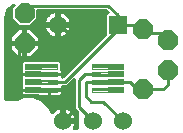
<source format=gbr>
G04 EAGLE Gerber RS-274X export*
G75*
%MOMM*%
%FSLAX34Y34*%
%LPD*%
%INTop Copper*%
%IPPOS*%
%AMOC8*
5,1,8,0,0,1.08239X$1,22.5*%
G01*
%ADD10R,1.432556X0.477519*%
%ADD11R,1.508000X1.508000*%
%ADD12C,1.508000*%
%ADD13P,1.814519X8X112.500000*%
%ADD14P,1.814519X8X292.500000*%
%ADD15C,0.120000*%
%ADD16C,1.524000*%
%ADD17C,0.254000*%

G36*
X144272Y59700D02*
X144272Y59700D01*
X144390Y59715D01*
X144509Y59723D01*
X144547Y59735D01*
X144588Y59740D01*
X144698Y59784D01*
X144811Y59821D01*
X144846Y59842D01*
X144883Y59857D01*
X144980Y59927D01*
X145080Y59991D01*
X145108Y60021D01*
X145141Y60044D01*
X145217Y60136D01*
X145298Y60223D01*
X145318Y60258D01*
X145344Y60289D01*
X145394Y60397D01*
X145452Y60501D01*
X145462Y60540D01*
X145479Y60577D01*
X145501Y60694D01*
X145531Y60809D01*
X145535Y60869D01*
X145539Y60889D01*
X145537Y60910D01*
X145541Y60970D01*
X145541Y72626D01*
X145826Y72911D01*
X145899Y73006D01*
X145978Y73095D01*
X145997Y73131D01*
X146021Y73163D01*
X146069Y73272D01*
X146123Y73378D01*
X146132Y73417D01*
X146148Y73455D01*
X146166Y73572D01*
X146192Y73688D01*
X146191Y73729D01*
X146198Y73769D01*
X146186Y73887D01*
X146183Y74006D01*
X146172Y74045D01*
X146168Y74085D01*
X146127Y74197D01*
X146094Y74312D01*
X146074Y74346D01*
X146060Y74385D01*
X145993Y74483D01*
X145933Y74586D01*
X145893Y74631D01*
X145882Y74648D01*
X145866Y74661D01*
X145826Y74706D01*
X142950Y77582D01*
X142950Y102330D01*
X142933Y102467D01*
X142920Y102606D01*
X142913Y102625D01*
X142911Y102645D01*
X142860Y102774D01*
X142812Y102905D01*
X142801Y102922D01*
X142794Y102941D01*
X142712Y103053D01*
X142634Y103168D01*
X142619Y103182D01*
X142607Y103198D01*
X142499Y103287D01*
X142395Y103379D01*
X142377Y103388D01*
X142362Y103401D01*
X142236Y103460D01*
X142112Y103524D01*
X142092Y103528D01*
X142074Y103537D01*
X141938Y103563D01*
X141802Y103593D01*
X141782Y103593D01*
X141762Y103596D01*
X141623Y103588D01*
X141484Y103584D01*
X141464Y103578D01*
X141444Y103577D01*
X141312Y103534D01*
X141178Y103495D01*
X141161Y103485D01*
X141142Y103479D01*
X141024Y103404D01*
X140905Y103334D01*
X140884Y103315D01*
X140873Y103308D01*
X140859Y103293D01*
X140784Y103227D01*
X134814Y97257D01*
X131758Y97257D01*
X131633Y97241D01*
X131507Y97232D01*
X131476Y97221D01*
X131443Y97217D01*
X131326Y97171D01*
X131206Y97131D01*
X131178Y97112D01*
X131147Y97100D01*
X131045Y97026D01*
X130939Y96958D01*
X130917Y96933D01*
X130890Y96913D01*
X130809Y96816D01*
X130724Y96724D01*
X130708Y96694D01*
X130687Y96668D01*
X130633Y96554D01*
X130573Y96443D01*
X130565Y96411D01*
X130551Y96381D01*
X130528Y96257D01*
X130497Y96135D01*
X130498Y96101D01*
X130491Y96068D01*
X130499Y95943D01*
X130500Y95817D01*
X130504Y95800D01*
X130504Y94821D01*
X120613Y94821D01*
X120495Y94806D01*
X120376Y94799D01*
X120338Y94786D01*
X120298Y94781D01*
X120187Y94738D01*
X120074Y94701D01*
X120040Y94679D01*
X120002Y94664D01*
X119906Y94594D01*
X119805Y94531D01*
X119805Y94530D01*
X119777Y94501D01*
X119745Y94477D01*
X119744Y94477D01*
X119668Y94385D01*
X119587Y94299D01*
X119567Y94263D01*
X119541Y94232D01*
X119491Y94124D01*
X119433Y94020D01*
X119423Y93981D01*
X119406Y93944D01*
X119384Y93828D01*
X119354Y93712D01*
X119350Y93652D01*
X119346Y93632D01*
X119347Y93612D01*
X119344Y93551D01*
X119344Y88611D01*
X113449Y88611D01*
X112651Y88825D01*
X111935Y89239D01*
X111909Y89264D01*
X111831Y89325D01*
X111759Y89393D01*
X111706Y89422D01*
X111658Y89459D01*
X111567Y89498D01*
X111480Y89546D01*
X111422Y89561D01*
X111366Y89585D01*
X111268Y89601D01*
X111172Y89626D01*
X111072Y89632D01*
X111052Y89635D01*
X111040Y89634D01*
X111012Y89636D01*
X98936Y89636D01*
X98043Y90529D01*
X98043Y96899D01*
X98058Y96958D01*
X98065Y97058D01*
X98068Y97078D01*
X98067Y97091D01*
X98069Y97119D01*
X98069Y109536D01*
X98069Y116100D01*
X98962Y116993D01*
X114907Y116993D01*
X114932Y116987D01*
X115031Y116980D01*
X115051Y116977D01*
X115064Y116978D01*
X115093Y116977D01*
X128243Y116977D01*
X129488Y115732D01*
X129488Y111194D01*
X129500Y111096D01*
X129503Y110997D01*
X129520Y110939D01*
X129528Y110879D01*
X129564Y110787D01*
X129592Y110692D01*
X129622Y110640D01*
X129645Y110583D01*
X129703Y110503D01*
X129753Y110418D01*
X129819Y110342D01*
X129831Y110326D01*
X129841Y110318D01*
X129859Y110297D01*
X129876Y110280D01*
X130290Y109564D01*
X130504Y108765D01*
X130504Y107821D01*
X120613Y107821D01*
X120495Y107806D01*
X120376Y107799D01*
X120338Y107786D01*
X120298Y107781D01*
X120187Y107738D01*
X120074Y107701D01*
X120040Y107679D01*
X120002Y107664D01*
X119906Y107594D01*
X119805Y107531D01*
X119777Y107501D01*
X119745Y107477D01*
X119669Y107386D01*
X119587Y107299D01*
X119568Y107264D01*
X119542Y107233D01*
X119491Y107125D01*
X119434Y107021D01*
X119424Y106981D01*
X119406Y106945D01*
X119384Y106828D01*
X119354Y106713D01*
X119350Y106652D01*
X119347Y106632D01*
X119348Y106612D01*
X119344Y106552D01*
X119359Y106433D01*
X119366Y106315D01*
X119379Y106276D01*
X119384Y106236D01*
X119428Y106125D01*
X119464Y106012D01*
X119486Y105978D01*
X119501Y105940D01*
X119571Y105844D01*
X119635Y105744D01*
X119664Y105716D01*
X119688Y105683D01*
X119780Y105607D01*
X119866Y105526D01*
X119902Y105506D01*
X119933Y105480D01*
X120040Y105430D01*
X120145Y105372D01*
X120184Y105362D01*
X120220Y105345D01*
X120337Y105322D01*
X120453Y105293D01*
X120513Y105289D01*
X120533Y105285D01*
X120553Y105286D01*
X120613Y105282D01*
X130504Y105282D01*
X130504Y104260D01*
X130491Y104196D01*
X130494Y104163D01*
X130489Y104129D01*
X130503Y104004D01*
X130511Y103879D01*
X130522Y103847D01*
X130525Y103813D01*
X130570Y103696D01*
X130609Y103576D01*
X130627Y103548D01*
X130639Y103516D01*
X130712Y103414D01*
X130779Y103308D01*
X130804Y103285D01*
X130824Y103257D01*
X130920Y103176D01*
X131011Y103090D01*
X131041Y103073D01*
X131066Y103052D01*
X131180Y102997D01*
X131290Y102936D01*
X131322Y102928D01*
X131353Y102913D01*
X131476Y102888D01*
X131597Y102857D01*
X131646Y102854D01*
X131664Y102850D01*
X131686Y102851D01*
X131758Y102847D01*
X131973Y102847D01*
X132071Y102859D01*
X132170Y102862D01*
X132228Y102879D01*
X132288Y102886D01*
X132380Y102923D01*
X132475Y102950D01*
X132528Y102981D01*
X132584Y103003D01*
X132664Y103062D01*
X132749Y103112D01*
X132825Y103178D01*
X132841Y103190D01*
X132846Y103196D01*
X132849Y103198D01*
X132854Y103204D01*
X132870Y103218D01*
X169224Y139572D01*
X169285Y139650D01*
X169353Y139722D01*
X169382Y139775D01*
X169419Y139823D01*
X169458Y139914D01*
X169506Y140001D01*
X169521Y140060D01*
X169545Y140115D01*
X169561Y140213D01*
X169585Y140309D01*
X169592Y140409D01*
X169595Y140429D01*
X169594Y140442D01*
X169596Y140470D01*
X169596Y156733D01*
X170508Y157645D01*
X170628Y157656D01*
X170647Y157663D01*
X170667Y157666D01*
X170796Y157717D01*
X170927Y157764D01*
X170944Y157775D01*
X170963Y157783D01*
X171075Y157864D01*
X171190Y157942D01*
X171204Y157958D01*
X171220Y157969D01*
X171309Y158077D01*
X171401Y158181D01*
X171410Y158199D01*
X171423Y158214D01*
X171482Y158340D01*
X171545Y158464D01*
X171550Y158484D01*
X171558Y158502D01*
X171585Y158639D01*
X171615Y158774D01*
X171614Y158795D01*
X171618Y158814D01*
X171610Y158953D01*
X171605Y159092D01*
X171600Y159112D01*
X171598Y159132D01*
X171556Y159264D01*
X171517Y159398D01*
X171507Y159415D01*
X171500Y159434D01*
X171426Y159552D01*
X171355Y159672D01*
X171337Y159693D01*
X171330Y159703D01*
X171315Y159717D01*
X171249Y159792D01*
X169819Y161222D01*
X169741Y161283D01*
X169669Y161351D01*
X169616Y161380D01*
X169568Y161417D01*
X169477Y161457D01*
X169390Y161504D01*
X169332Y161520D01*
X169276Y161544D01*
X169178Y161559D01*
X169082Y161584D01*
X168982Y161590D01*
X168962Y161593D01*
X168950Y161592D01*
X168922Y161594D01*
X110973Y161594D01*
X110854Y161579D01*
X110736Y161572D01*
X110697Y161559D01*
X110657Y161554D01*
X110546Y161510D01*
X110433Y161474D01*
X110399Y161452D01*
X110361Y161437D01*
X110265Y161367D01*
X110164Y161304D01*
X110137Y161274D01*
X110104Y161250D01*
X110028Y161159D01*
X109947Y161072D01*
X109927Y161037D01*
X109901Y161005D01*
X109850Y160898D01*
X109793Y160793D01*
X109783Y160754D01*
X109766Y160718D01*
X109743Y160601D01*
X109714Y160486D01*
X109710Y160425D01*
X109706Y160405D01*
X109707Y160385D01*
X109703Y160325D01*
X109703Y154088D01*
X103900Y148284D01*
X95693Y148284D01*
X89890Y154088D01*
X89890Y162295D01*
X91648Y164052D01*
X91660Y164068D01*
X91675Y164081D01*
X91757Y164193D01*
X91843Y164304D01*
X91850Y164322D01*
X91862Y164338D01*
X91913Y164468D01*
X91969Y164596D01*
X91972Y164615D01*
X91979Y164634D01*
X91997Y164772D01*
X92019Y164910D01*
X92017Y164930D01*
X92019Y164949D01*
X92002Y165087D01*
X91989Y165226D01*
X91982Y165245D01*
X91980Y165265D01*
X91929Y165394D01*
X91881Y165526D01*
X91870Y165542D01*
X91863Y165561D01*
X91781Y165673D01*
X91703Y165789D01*
X91688Y165802D01*
X91676Y165818D01*
X91569Y165907D01*
X91464Y165999D01*
X91447Y166008D01*
X91431Y166021D01*
X91305Y166080D01*
X91181Y166144D01*
X91162Y166148D01*
X91144Y166157D01*
X91007Y166183D01*
X90871Y166213D01*
X90851Y166213D01*
X90831Y166217D01*
X90692Y166208D01*
X90553Y166204D01*
X90534Y166198D01*
X90514Y166197D01*
X90358Y166157D01*
X88975Y165708D01*
X88868Y165657D01*
X88757Y165614D01*
X88706Y165581D01*
X88687Y165572D01*
X88672Y165559D01*
X88621Y165527D01*
X86050Y163659D01*
X85963Y163578D01*
X85872Y163502D01*
X85833Y163455D01*
X85818Y163441D01*
X85807Y163424D01*
X85769Y163378D01*
X83901Y160807D01*
X83843Y160703D01*
X83780Y160602D01*
X83757Y160546D01*
X83747Y160528D01*
X83742Y160508D01*
X83720Y160453D01*
X82738Y157430D01*
X82725Y157362D01*
X82703Y157296D01*
X82680Y157137D01*
X82555Y155548D01*
X82556Y155526D01*
X82551Y155448D01*
X82551Y85344D01*
X82566Y85226D01*
X82573Y85107D01*
X82586Y85069D01*
X82591Y85028D01*
X82634Y84918D01*
X82671Y84805D01*
X82693Y84770D01*
X82708Y84733D01*
X82777Y84637D01*
X82841Y84536D01*
X82871Y84508D01*
X82894Y84475D01*
X82986Y84400D01*
X83073Y84318D01*
X83108Y84298D01*
X83139Y84273D01*
X83247Y84222D01*
X83351Y84164D01*
X83391Y84154D01*
X83427Y84137D01*
X83544Y84115D01*
X83659Y84085D01*
X83719Y84081D01*
X83739Y84077D01*
X83760Y84079D01*
X83820Y84075D01*
X93475Y84075D01*
X93484Y84076D01*
X93493Y84075D01*
X93642Y84096D01*
X93790Y84115D01*
X93799Y84118D01*
X93808Y84119D01*
X93961Y84171D01*
X98860Y86201D01*
X106880Y86201D01*
X114290Y83131D01*
X119961Y77460D01*
X121597Y73512D01*
X121670Y73383D01*
X121742Y73253D01*
X121749Y73245D01*
X121754Y73236D01*
X121858Y73129D01*
X121960Y73021D01*
X121968Y73015D01*
X121975Y73008D01*
X122103Y72929D01*
X122228Y72850D01*
X122238Y72847D01*
X122247Y72841D01*
X122389Y72798D01*
X122530Y72752D01*
X122541Y72751D01*
X122551Y72748D01*
X122699Y72741D01*
X122848Y72731D01*
X122858Y72733D01*
X122868Y72733D01*
X123014Y72763D01*
X123160Y72791D01*
X123170Y72795D01*
X123180Y72797D01*
X123313Y72862D01*
X123448Y72926D01*
X123456Y72932D01*
X123465Y72937D01*
X123578Y73033D01*
X123693Y73128D01*
X123702Y73139D01*
X123707Y73143D01*
X123716Y73155D01*
X123796Y73252D01*
X124177Y73777D01*
X125308Y74908D01*
X126602Y75848D01*
X128027Y76574D01*
X129388Y77016D01*
X129388Y68428D01*
X129403Y68310D01*
X129411Y68191D01*
X129423Y68152D01*
X129428Y68112D01*
X129472Y68001D01*
X129509Y67888D01*
X129530Y67854D01*
X129545Y67817D01*
X129615Y67720D01*
X129679Y67620D01*
X129708Y67592D01*
X129732Y67559D01*
X129824Y67483D01*
X129910Y67402D01*
X129946Y67382D01*
X129977Y67356D01*
X130085Y67306D01*
X130189Y67248D01*
X130228Y67238D01*
X130265Y67221D01*
X130382Y67198D01*
X130497Y67169D01*
X130557Y67165D01*
X130577Y67161D01*
X130597Y67162D01*
X130658Y67158D01*
X131928Y67158D01*
X131928Y65888D01*
X131943Y65769D01*
X131951Y65651D01*
X131963Y65612D01*
X131968Y65572D01*
X132012Y65461D01*
X132049Y65348D01*
X132070Y65314D01*
X132085Y65276D01*
X132155Y65180D01*
X132219Y65079D01*
X132248Y65052D01*
X132272Y65019D01*
X132364Y64943D01*
X132451Y64862D01*
X132486Y64842D01*
X132517Y64816D01*
X132625Y64766D01*
X132729Y64708D01*
X132768Y64698D01*
X132805Y64681D01*
X132922Y64658D01*
X133037Y64629D01*
X133097Y64625D01*
X133117Y64621D01*
X133138Y64622D01*
X133198Y64618D01*
X141786Y64618D01*
X141344Y63257D01*
X140618Y61832D01*
X140533Y61715D01*
X140514Y61680D01*
X140488Y61649D01*
X140437Y61541D01*
X140380Y61437D01*
X140370Y61398D01*
X140353Y61362D01*
X140330Y61244D01*
X140300Y61129D01*
X140300Y61089D01*
X140293Y61049D01*
X140300Y60930D01*
X140300Y60810D01*
X140310Y60772D01*
X140313Y60732D01*
X140350Y60618D01*
X140379Y60502D01*
X140398Y60467D01*
X140411Y60429D01*
X140475Y60328D01*
X140532Y60224D01*
X140560Y60195D01*
X140581Y60161D01*
X140668Y60079D01*
X140750Y59992D01*
X140784Y59970D01*
X140813Y59943D01*
X140917Y59885D01*
X141018Y59821D01*
X141056Y59809D01*
X141091Y59789D01*
X141207Y59760D01*
X141321Y59723D01*
X141361Y59720D01*
X141399Y59710D01*
X141560Y59700D01*
X144272Y59700D01*
G37*
%LPC*%
G36*
X101828Y134822D02*
X101828Y134822D01*
X101828Y143714D01*
X104321Y143714D01*
X110719Y137316D01*
X110719Y134822D01*
X101828Y134822D01*
G37*
%LPD*%
%LPC*%
G36*
X88874Y134822D02*
X88874Y134822D01*
X88874Y137316D01*
X95272Y143714D01*
X97765Y143714D01*
X97765Y134822D01*
X88874Y134822D01*
G37*
%LPD*%
%LPC*%
G36*
X101828Y121868D02*
X101828Y121868D01*
X101828Y130760D01*
X110719Y130760D01*
X110719Y128267D01*
X104321Y121868D01*
X101828Y121868D01*
G37*
%LPD*%
%LPC*%
G36*
X95272Y121868D02*
X95272Y121868D01*
X88874Y128267D01*
X88874Y130760D01*
X97765Y130760D01*
X97765Y121868D01*
X95272Y121868D01*
G37*
%LPD*%
%LPC*%
G36*
X134467Y69697D02*
X134467Y69697D01*
X134467Y77016D01*
X135828Y76574D01*
X137253Y75848D01*
X138180Y75174D01*
X138547Y74908D01*
X139678Y73777D01*
X140618Y72483D01*
X141344Y71058D01*
X141786Y69697D01*
X134467Y69697D01*
G37*
%LPD*%
%LPC*%
G36*
X130160Y151060D02*
X130160Y151060D01*
X130160Y158348D01*
X131530Y157903D01*
X132944Y157183D01*
X134228Y156250D01*
X135350Y155128D01*
X136282Y153844D01*
X137003Y152431D01*
X137448Y151060D01*
X130160Y151060D01*
G37*
%LPD*%
%LPC*%
G36*
X117873Y151060D02*
X117873Y151060D01*
X118318Y152431D01*
X119039Y153844D01*
X119971Y155128D01*
X121093Y156250D01*
X122377Y157183D01*
X123791Y157903D01*
X125161Y158348D01*
X125161Y151060D01*
X117873Y151060D01*
G37*
%LPD*%
%LPC*%
G36*
X130160Y146062D02*
X130160Y146062D01*
X137448Y146062D01*
X137003Y144691D01*
X136282Y143278D01*
X135350Y141994D01*
X134228Y140872D01*
X132944Y139939D01*
X131530Y139219D01*
X130160Y138774D01*
X130160Y146062D01*
G37*
%LPD*%
%LPC*%
G36*
X123791Y139219D02*
X123791Y139219D01*
X122377Y139939D01*
X121093Y140872D01*
X119971Y141994D01*
X119039Y143278D01*
X118318Y144691D01*
X117873Y146062D01*
X125161Y146062D01*
X125161Y138774D01*
X123791Y139219D01*
G37*
%LPD*%
%LPC*%
G36*
X121882Y88611D02*
X121882Y88611D01*
X121882Y92282D01*
X130504Y92282D01*
X130504Y91338D01*
X130290Y90539D01*
X129876Y89823D01*
X129291Y89239D01*
X128575Y88825D01*
X127777Y88611D01*
X121882Y88611D01*
G37*
%LPD*%
D10*
X106756Y106553D03*
X106756Y113081D03*
X106756Y100076D03*
X106731Y93548D03*
X177343Y106502D03*
X177343Y113030D03*
X177343Y100025D03*
X177317Y93497D03*
D11*
X178660Y148561D03*
D12*
X127660Y148561D03*
D13*
X221183Y110236D03*
X221183Y135636D03*
D14*
X199847Y144501D03*
X199847Y93701D03*
D13*
X99797Y132791D03*
X99797Y158191D03*
D15*
X113863Y111252D02*
X127363Y111252D01*
X113863Y111252D02*
X113863Y114852D01*
X127363Y114852D01*
X127363Y111252D01*
X127363Y112392D02*
X113863Y112392D01*
X113863Y113532D02*
X127363Y113532D01*
X127363Y114672D02*
X113863Y114672D01*
X113863Y104752D02*
X127363Y104752D01*
X113863Y104752D02*
X113863Y108352D01*
X127363Y108352D01*
X127363Y104752D01*
X127363Y105892D02*
X113863Y105892D01*
X113863Y107032D02*
X127363Y107032D01*
X127363Y108172D02*
X113863Y108172D01*
X113863Y98252D02*
X127363Y98252D01*
X113863Y98252D02*
X113863Y101852D01*
X127363Y101852D01*
X127363Y98252D01*
X127363Y99392D02*
X113863Y99392D01*
X113863Y100532D02*
X127363Y100532D01*
X127363Y101672D02*
X113863Y101672D01*
X113863Y91752D02*
X127363Y91752D01*
X113863Y91752D02*
X113863Y95352D01*
X127363Y95352D01*
X127363Y91752D01*
X127363Y92892D02*
X113863Y92892D01*
X113863Y94032D02*
X127363Y94032D01*
X127363Y95172D02*
X113863Y95172D01*
X156863Y91752D02*
X170363Y91752D01*
X156863Y91752D02*
X156863Y95352D01*
X170363Y95352D01*
X170363Y91752D01*
X170363Y92892D02*
X156863Y92892D01*
X156863Y94032D02*
X170363Y94032D01*
X170363Y95172D02*
X156863Y95172D01*
X156863Y98252D02*
X170363Y98252D01*
X156863Y98252D02*
X156863Y101852D01*
X170363Y101852D01*
X170363Y98252D01*
X170363Y99392D02*
X156863Y99392D01*
X156863Y100532D02*
X170363Y100532D01*
X170363Y101672D02*
X156863Y101672D01*
X156863Y104752D02*
X170363Y104752D01*
X156863Y104752D02*
X156863Y108352D01*
X170363Y108352D01*
X170363Y104752D01*
X170363Y105892D02*
X156863Y105892D01*
X156863Y107032D02*
X170363Y107032D01*
X170363Y108172D02*
X156863Y108172D01*
X156863Y111252D02*
X170363Y111252D01*
X156863Y111252D02*
X156863Y114852D01*
X170363Y114852D01*
X170363Y111252D01*
X170363Y112392D02*
X156863Y112392D01*
X156863Y113532D02*
X170363Y113532D01*
X170363Y114672D02*
X156863Y114672D01*
D16*
X131928Y67158D03*
X157328Y67158D03*
X182728Y67158D03*
D17*
X129286Y148561D02*
X127660Y148561D01*
X129286Y148561D02*
X135458Y142389D01*
X133063Y106552D02*
X120613Y106552D01*
X135458Y108947D02*
X135458Y142389D01*
X135458Y108947D02*
X133063Y106552D01*
X120613Y106552D02*
X96087Y106552D01*
X94945Y105410D01*
X94945Y94717D01*
X96110Y93552D01*
X120613Y93552D01*
X94945Y127940D02*
X99797Y132791D01*
X94945Y127940D02*
X94945Y107694D01*
X96087Y106552D01*
X120613Y93552D02*
X139446Y93552D01*
X139446Y74676D02*
X131928Y67158D01*
X139446Y74676D02*
X139446Y93552D01*
X133656Y100052D02*
X120613Y100052D01*
X178564Y144960D02*
X178564Y148561D01*
X178660Y148561D01*
X178564Y144960D02*
X133656Y100052D01*
X104292Y164389D02*
X170605Y164389D01*
X104292Y164389D02*
X99797Y159893D01*
X99797Y158191D01*
X178660Y156333D02*
X178660Y148561D01*
X178660Y156333D02*
X170605Y164389D01*
X199847Y144900D02*
X199847Y144501D01*
X199847Y144900D02*
X196186Y148561D01*
X178660Y148561D01*
X199847Y144501D02*
X202667Y141681D01*
X215138Y141681D02*
X221183Y135636D01*
X215138Y141681D02*
X202667Y141681D01*
X163613Y106552D02*
X150571Y106552D01*
X145745Y101726D01*
X145745Y78740D01*
X157328Y67158D01*
X221183Y97714D02*
X221183Y110236D01*
X221183Y97714D02*
X217170Y93701D01*
X199847Y93701D01*
X200050Y93497D01*
X199847Y93701D02*
X195148Y93701D01*
X189178Y99671D01*
X163994Y99671D01*
X163613Y100052D01*
X151282Y100052D01*
X151282Y88443D01*
X166472Y83414D02*
X182728Y67158D01*
X166472Y83414D02*
X156312Y83414D01*
X151282Y88443D01*
M02*

</source>
